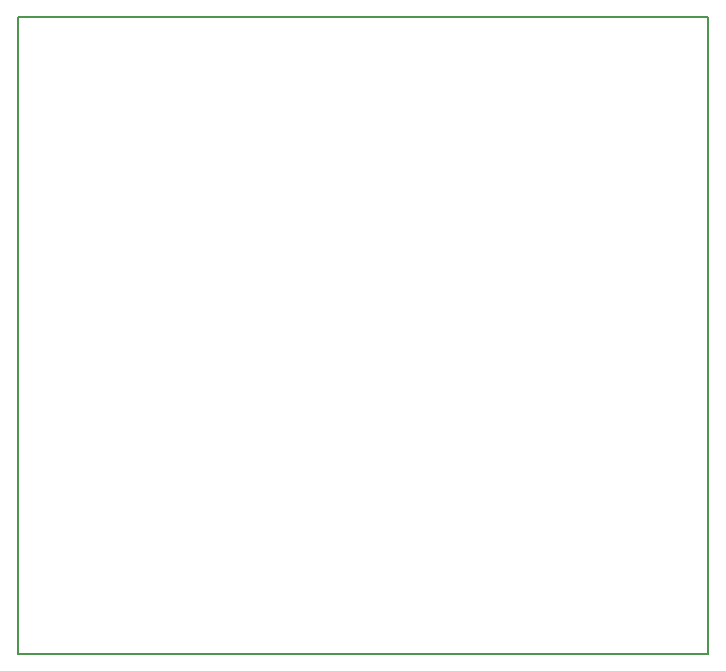
<source format=gbr>
G04 #@! TF.FileFunction,Profile,NP*
%FSLAX46Y46*%
G04 Gerber Fmt 4.6, Leading zero omitted, Abs format (unit mm)*
G04 Created by KiCad (PCBNEW 4.0.6) date 2017 April 03, Monday 14:55:28*
%MOMM*%
%LPD*%
G01*
G04 APERTURE LIST*
%ADD10C,0.100000*%
%ADD11C,0.150000*%
G04 APERTURE END LIST*
D10*
D11*
X107315000Y-115570000D02*
X107315000Y-61595000D01*
X165735000Y-115570000D02*
X107315000Y-115570000D01*
X165735000Y-61595000D02*
X165735000Y-115570000D01*
X107315000Y-61595000D02*
X165735000Y-61595000D01*
M02*

</source>
